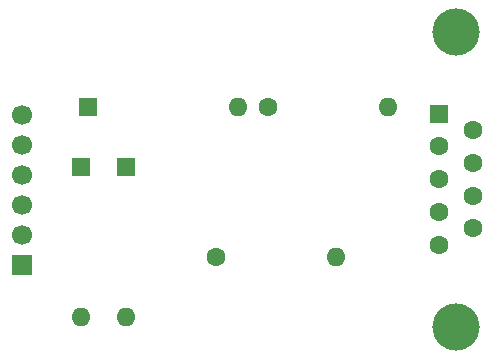
<source format=gbr>
%TF.GenerationSoftware,KiCad,Pcbnew,9.0.1*%
%TF.CreationDate,2025-05-08T11:58:11-04:00*%
%TF.ProjectId,Meterbus-interface,4d657465-7262-4757-932d-696e74657266,rev?*%
%TF.SameCoordinates,Original*%
%TF.FileFunction,Copper,L1,Top*%
%TF.FilePolarity,Positive*%
%FSLAX46Y46*%
G04 Gerber Fmt 4.6, Leading zero omitted, Abs format (unit mm)*
G04 Created by KiCad (PCBNEW 9.0.1) date 2025-05-08 11:58:11*
%MOMM*%
%LPD*%
G01*
G04 APERTURE LIST*
%TA.AperFunction,ComponentPad*%
%ADD10C,1.600000*%
%TD*%
%TA.AperFunction,ComponentPad*%
%ADD11O,1.600000X1.600000*%
%TD*%
%TA.AperFunction,ComponentPad*%
%ADD12R,1.600000X1.600000*%
%TD*%
%TA.AperFunction,ComponentPad*%
%ADD13R,1.700000X1.700000*%
%TD*%
%TA.AperFunction,ComponentPad*%
%ADD14C,1.700000*%
%TD*%
%TA.AperFunction,ComponentPad*%
%ADD15C,4.000000*%
%TD*%
G04 APERTURE END LIST*
D10*
%TO.P,R2,1*%
%TO.N,Net-(D3-A)*%
X205740000Y-64135000D03*
D11*
%TO.P,R2,2*%
%TO.N,Net-(J4-Pad1)*%
X215900000Y-64135000D03*
%TD*%
%TO.P,R1,2*%
%TO.N,Net-(J4-Pad1)*%
X220345000Y-51435000D03*
D10*
%TO.P,R1,1*%
%TO.N,Net-(D4-A)*%
X210185000Y-51435000D03*
%TD*%
D11*
%TO.P,D2,2,A*%
%TO.N,Net-(D2-A)*%
X194310000Y-69215000D03*
D12*
%TO.P,D2,1,K*%
%TO.N,Net-(D2-K)*%
X194310000Y-56515000D03*
%TD*%
%TO.P,D4,1,K*%
%TO.N,Net-(D2-A)*%
X194945000Y-51435000D03*
D11*
%TO.P,D4,2,A*%
%TO.N,Net-(D4-A)*%
X207645000Y-51435000D03*
%TD*%
D12*
%TO.P,D3,1,K*%
%TO.N,Net-(D2-K)*%
X198120000Y-56515000D03*
D11*
%TO.P,D3,2,A*%
%TO.N,Net-(D3-A)*%
X198120000Y-69215000D03*
%TD*%
D13*
%TO.P,J5,1,Pin_1*%
%TO.N,/GND*%
X189300000Y-64770000D03*
D14*
%TO.P,J5,2,Pin_2*%
%TO.N,unconnected-(J5-Pin_2-Pad2)*%
X189300000Y-62230000D03*
%TO.P,J5,3,Pin_3*%
%TO.N,Net-(D2-K)*%
X189300000Y-59690000D03*
%TO.P,J5,4,Pin_4*%
%TO.N,Net-(D2-A)*%
X189300000Y-57150000D03*
%TO.P,J5,5,Pin_5*%
%TO.N,Net-(D3-A)*%
X189300000Y-54610000D03*
%TO.P,J5,6,Pin_6*%
%TO.N,unconnected-(J5-Pin_6-Pad6)*%
X189300000Y-52070000D03*
%TD*%
D15*
%TO.P,J4,0*%
%TO.N,N/C*%
X226055000Y-70020000D03*
X226055000Y-45020000D03*
D12*
%TO.P,J4,1,1*%
%TO.N,Net-(J4-Pad1)*%
X224635000Y-51980000D03*
D10*
%TO.P,J4,2,2*%
%TO.N,unconnected-(J4-Pad2)*%
X224635000Y-54750000D03*
%TO.P,J4,3,3*%
%TO.N,unconnected-(J4-Pad3)*%
X224635000Y-57520000D03*
%TO.P,J4,4,4*%
%TO.N,unconnected-(J4-Pad4)*%
X224635000Y-60290000D03*
%TO.P,J4,5,5*%
%TO.N,/GND*%
X224635000Y-63060000D03*
%TO.P,J4,6,6*%
%TO.N,unconnected-(J4-Pad6)*%
X227475000Y-53365000D03*
%TO.P,J4,7,7*%
%TO.N,unconnected-(J4-Pad7)*%
X227475000Y-56135000D03*
%TO.P,J4,8,8*%
%TO.N,unconnected-(J4-Pad8)*%
X227475000Y-58905000D03*
%TO.P,J4,9,9*%
%TO.N,unconnected-(J4-Pad9)*%
X227475000Y-61675000D03*
%TD*%
M02*

</source>
